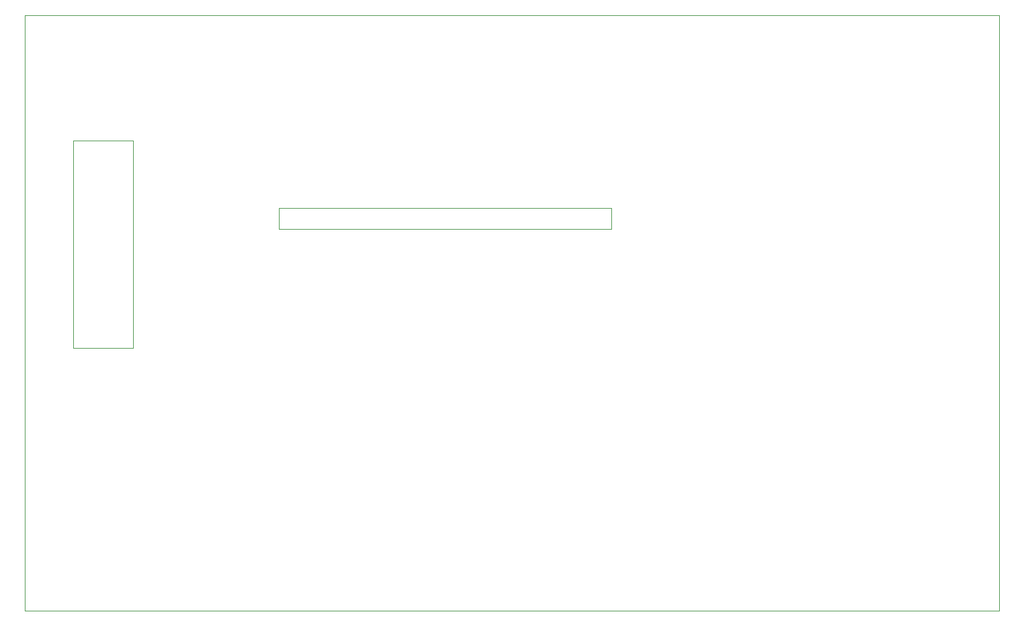
<source format=gbr>
%TF.GenerationSoftware,KiCad,Pcbnew,(6.0.7)*%
%TF.CreationDate,2022-09-16T17:54:49+02:00*%
%TF.ProjectId,Eingangsstufe,45696e67-616e-4677-9373-747566652e6b,rev?*%
%TF.SameCoordinates,Original*%
%TF.FileFunction,Profile,NP*%
%FSLAX46Y46*%
G04 Gerber Fmt 4.6, Leading zero omitted, Abs format (unit mm)*
G04 Created by KiCad (PCBNEW (6.0.7)) date 2022-09-16 17:54:49*
%MOMM*%
%LPD*%
G01*
G04 APERTURE LIST*
%TA.AperFunction,Profile*%
%ADD10C,0.100000*%
%TD*%
G04 APERTURE END LIST*
D10*
X104200000Y-51000000D02*
X112200000Y-51000000D01*
X112200000Y-51000000D02*
X112200000Y-78600000D01*
X112200000Y-78600000D02*
X104200000Y-78600000D01*
X104200000Y-78600000D02*
X104200000Y-51000000D01*
X131572000Y-59944000D02*
X175768000Y-59944000D01*
X175768000Y-59944000D02*
X175768000Y-62738000D01*
X175768000Y-62738000D02*
X131572000Y-62738000D01*
X131572000Y-62738000D02*
X131572000Y-59944000D01*
X97790000Y-34290000D02*
X227330000Y-34290000D01*
X227330000Y-34290000D02*
X227330000Y-113538000D01*
X227330000Y-113538000D02*
X97790000Y-113538000D01*
X97790000Y-113538000D02*
X97790000Y-34290000D01*
M02*

</source>
